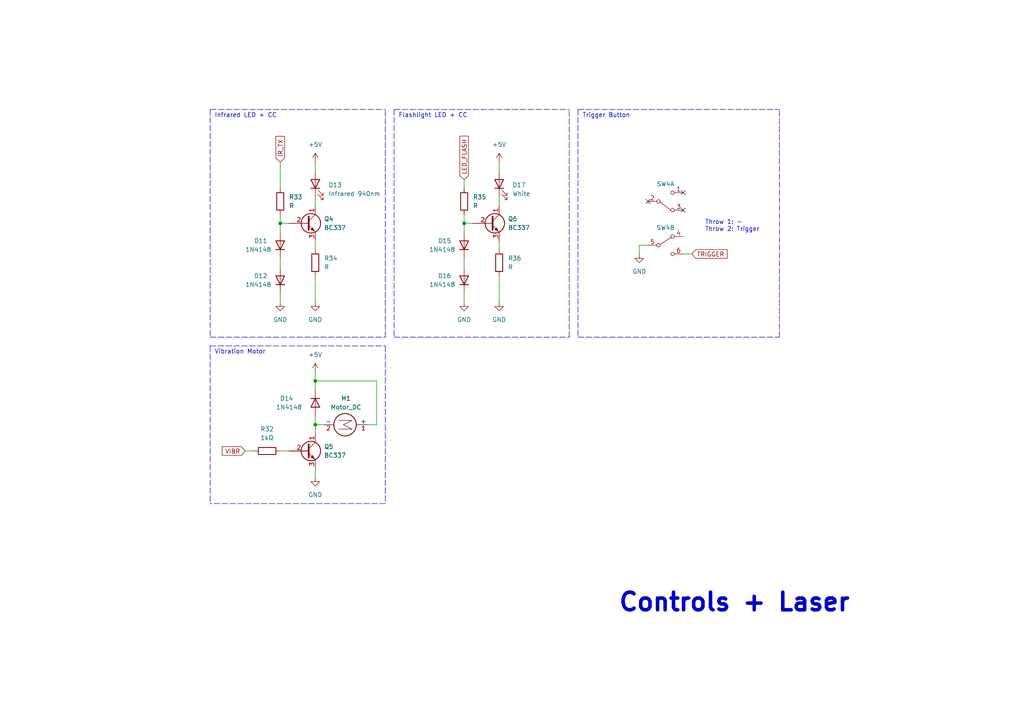
<source format=kicad_sch>
(kicad_sch (version 20211123) (generator eeschema)
  (paper "A4")
  (lib_symbols
    (symbol "Device:D" (pin_numbers hide) (pin_names (offset 1.016) hide)
      (property "Reference" "D" (at 0 2.54 0))
      (property "Value" "D" (at 0 -2.54 0))
      (symbol "D_0_1"
        (polyline (pts (xy -1.27 1.27) (xy -1.27 -1.27)) (stroke (width 0.254)))
        (polyline (pts (xy 1.27 0) (xy -1.27 0)))
        (polyline (pts (xy 1.27 1.27) (xy 1.27 -1.27) (xy -1.27 0) (xy 1.27 1.27)) (stroke (width 0.254)))
      )
      (symbol "D_1_1"
        (pin passive line (at -3.81 0 0) (length 2.54) (name "K") (number "1"))
        (pin passive line (at 3.81 0 180) (length 2.54) (name "A") (number "2"))
      )
    )
    (symbol "Device:LED" (pin_numbers hide) (pin_names (offset 1.016) hide)
      (property "Reference" "D" (at 0 2.54 0))
      (property "Value" "LED" (at 0 -2.54 0))
      (symbol "LED_0_1"
        (polyline (pts (xy -1.27 -1.27) (xy -1.27 1.27)) (stroke (width 0.254)))
        (polyline (pts (xy -1.27 0) (xy 1.27 0)))
        (polyline (pts (xy 1.27 -1.27) (xy 1.27 1.27) (xy -1.27 0) (xy 1.27 -1.27)) (stroke (width 0.254)))
        (polyline (pts (xy -3.048 -0.762) (xy -4.572 -2.286) (xy -3.81 -2.286) (xy -4.572 -2.286) (xy -4.572 -1.524)))
        (polyline (pts (xy -1.778 -0.762) (xy -3.302 -2.286) (xy -2.54 -2.286) (xy -3.302 -2.286) (xy -3.302 -1.524)))
      )
      (symbol "LED_1_1"
        (pin passive line (at -3.81 0 0) (length 2.54) (name "K") (number "1"))
        (pin passive line (at 3.81 0 180) (length 2.54) (name "A") (number "2"))
      )
    )
    (symbol "Device:Q_NPN_CBE" (pin_names (offset 0) hide)
      (property "Reference" "Q" (at 5.08 1.27 0))
      (property "Value" "Q_NPN_CBE" (at 5.08 -1.27 0))
      (symbol "Q_NPN_CBE_0_1"
        (polyline (pts (xy 0.635 0.635) (xy 2.54 2.54)))
        (polyline (pts (xy 0.635 -0.635) (xy 2.54 -2.54) (xy 2.54 -2.54)))
        (polyline (pts (xy 0.635 1.905) (xy 0.635 -1.905) (xy 0.635 -1.905)) (stroke (width 0.508)))
        (polyline (pts (xy 1.27 -1.778) (xy 1.778 -1.27) (xy 2.286 -2.286) (xy 1.27 -1.778) (xy 1.27 -1.778)) (fill (type outline)))
        (circle (center 1.27 0) (radius 2.8194) (stroke (width 0.254)))
      )
      (symbol "Q_NPN_CBE_1_1"
        (pin passive line (at 2.54 5.08 270) (length 2.54) (name "C") (number "1"))
        (pin input line (at -5.08 0 0) (length 5.715) (name "B") (number "2"))
        (pin passive line (at 2.54 -5.08 90) (length 2.54) (name "E") (number "3"))
      )
    )
    (symbol "Device:R" (pin_numbers hide) (pin_names (offset 0))
      (property "Reference" "R" (at 2.032 0 90))
      (property "Value" "R" (at 0 0 90))
      (symbol "R_0_1"
        (rectangle (start -1.016 -2.54) (end 1.016 2.54) (stroke (width 0.254)))
      )
      (symbol "R_1_1"
        (pin passive line (at 0 3.81 270) (length 1.27) (name "~") (number "1"))
        (pin passive line (at 0 -3.81 90) (length 1.27) (name "~") (number "2"))
      )
    )
    (symbol "Motor:Motor_DC" (pin_names (offset 0))
      (property "Reference" "M" (at 2.54 2.54 0))
      (property "Value" "Motor_DC" (at 2.54 -5.08 0))
      (symbol "Motor_DC_0_0"
        (polyline (pts (xy -1.27 -3.302) (xy -1.27 0.508) (xy 0 -2.032) (xy 1.27 0.508) (xy 1.27 -3.302)))
      )
      (symbol "Motor_DC_0_1"
        (circle (center 0 -1.524) (radius 3.2512) (stroke (width 0.254)))
        (polyline (pts (xy 0 -7.62) (xy 0 -7.112)))
        (polyline (pts (xy 0 -4.7752) (xy 0 -5.1816)))
        (polyline (pts (xy 0 1.7272) (xy 0 2.0828)))
        (polyline (pts (xy 0 2.032) (xy 0 2.54)))
      )
      (symbol "Motor_DC_1_1"
        (pin passive line (at 0 5.08 270) (length 2.54) (name "+") (number "1"))
        (pin passive line (at 0 -7.62 90) (length 2.54) (name "-") (number "2"))
      )
    )
    (symbol "SW_DPDT_x2_1" (pin_names (offset 0) hide)
      (property "Reference" "SW?" (at 0 7.62 0))
      (property "Value" "SW_DPDT_x2" (at 0 5.08 0))
      (symbol "SW_DPDT_x2_1_0_0"
        (circle (center -2.032 0) (radius 0.508))
        (circle (center 2.032 -2.54) (radius 0.508))
      )
      (symbol "SW_DPDT_x2_1_0_1"
        (polyline (pts (xy -1.5204 -0.248) (xy 1.4999 -2.5082)))
        (circle (center 2.032 2.54) (radius 0.508))
      )
      (symbol "SW_DPDT_x2_1_1_1"
        (pin passive line (at 5.08 2.54 180) (length 2.54) (name "A") (number "1"))
        (pin passive line (at -5.08 0 0) (length 2.54) (name "B") (number "2"))
        (pin passive line (at 5.08 -2.54 180) (length 2.54) (name "C") (number "3"))
      )
      (symbol "SW_DPDT_x2_1_2_1"
        (pin passive line (at 5.08 2.54 180) (length 2.54) (name "A") (number "4"))
        (pin passive line (at -5.08 0 0) (length 2.54) (name "B") (number "5"))
        (pin passive line (at 5.08 -2.54 180) (length 2.54) (name "C") (number "6"))
      )
    )
    (symbol "Switch:SW_DPDT_x2" (pin_names (offset 0) hide)
      (property "Reference" "SW" (at 0 4.318 0))
      (property "Value" "SW_DPDT_x2" (at 0 -5.08 0))
      (symbol "SW_DPDT_x2_0_0"
        (circle (center -2.032 0) (radius 0.508))
        (circle (center 2.032 -2.54) (radius 0.508))
      )
      (symbol "SW_DPDT_x2_0_1"
        (polyline (pts (xy -1.524 0.254) (xy 1.651 2.286)))
        (circle (center 2.032 2.54) (radius 0.508))
      )
      (symbol "SW_DPDT_x2_1_1"
        (pin passive line (at 5.08 2.54 180) (length 2.54) (name "A") (number "1"))
        (pin passive line (at -5.08 0 0) (length 2.54) (name "B") (number "2"))
        (pin passive line (at 5.08 -2.54 180) (length 2.54) (name "C") (number "3"))
      )
      (symbol "SW_DPDT_x2_2_1"
        (pin passive line (at 5.08 2.54 180) (length 2.54) (name "A") (number "4"))
        (pin passive line (at -5.08 0 0) (length 2.54) (name "B") (number "5"))
        (pin passive line (at 5.08 -2.54 180) (length 2.54) (name "C") (number "6"))
      )
    )
    (symbol "power:+5V" (power) (pin_names (offset 0))
      (property "Value" "+5V" (at 0 3.556 0))
      (symbol "+5V_0_1"
        (polyline (pts (xy -0.762 1.27) (xy 0 2.54)))
        (polyline (pts (xy 0 0) (xy 0 2.54)))
        (polyline (pts (xy 0 2.54) (xy 0.762 1.27)))
      )
      (symbol "+5V_1_1"
        (pin power_in line (at 0 0 90) (length 0) hide (name "+5V") (number "1"))
      )
    )
    (symbol "power:GND" (power) (pin_names (offset 0))
      (property "Value" "GND" (at 0 -3.81 0))
      (symbol "GND_0_1"
        (polyline (pts (xy 0 0) (xy 0 -1.27) (xy 1.27 -1.27) (xy 0 -2.54) (xy -1.27 -1.27) (xy 0 -1.27)))
      )
      (symbol "GND_1_1"
        (pin power_in line (at 0 0 270) (length 0) hide (name "GND") (number "1"))
      )
    )
  )
  (junction (at 91.44 123.19))
  (junction (at 91.44 110.49))
  (junction (at 134.62 64.77))
  (junction (at 81.28 64.77))
  (no_connect (at 198.12 60.96))
  (no_connect (at 198.12 55.88))
  (no_connect (at 187.96 58.42))
  (wire (pts (xy 144.78 46.99) (xy 144.78 49.53)))
  (wire (pts (xy 91.44 123.19) (xy 93.98 123.19)))
  (wire (pts (xy 81.28 74.93) (xy 81.28 77.47)))
  (polyline (pts (xy 60.96 97.79) (xy 111.76 97.79)))
  (wire (pts (xy 91.44 135.89) (xy 91.44 138.43)))
  (polyline (pts (xy 60.96 100.33) (xy 111.76 100.33)))
  (wire (pts (xy 109.22 110.49) (xy 109.22 123.19)))
  (polyline (pts (xy 60.96 31.75) (xy 60.96 97.79)))
  (wire (pts (xy 134.62 74.93) (xy 134.62 77.47)))
  (wire (pts (xy 185.42 73.66) (xy 185.42 71.12)))
  (wire (pts (xy 137.16 64.77) (xy 134.62 64.77)))
  (wire (pts (xy 144.78 57.15) (xy 144.78 59.69)))
  (polyline (pts (xy 167.64 97.79) (xy 226.06 97.79)))
  (wire (pts (xy 81.28 46.99) (xy 81.28 54.61)))
  (wire (pts (xy 134.62 62.23) (xy 134.62 64.77)))
  (wire (pts (xy 83.82 64.77) (xy 81.28 64.77)))
  (polyline (pts (xy 60.96 100.33) (xy 60.96 146.05)))
  (wire (pts (xy 91.44 46.99) (xy 91.44 49.53)))
  (polyline (pts (xy 111.76 97.79) (xy 111.76 31.75)))
  (polyline (pts (xy 167.64 31.75) (xy 226.06 31.75)))
  (polyline (pts (xy 167.64 31.75) (xy 167.64 97.79)))
  (polyline (pts (xy 60.96 31.75) (xy 111.76 31.75)))
  (wire (pts (xy 91.44 57.15) (xy 91.44 59.69)))
  (wire (pts (xy 144.78 69.85) (xy 144.78 72.39)))
  (polyline (pts (xy 114.3 97.79) (xy 165.1 97.79)))
  (polyline (pts (xy 226.06 97.79) (xy 226.06 31.75)))
  (polyline (pts (xy 114.3 31.75) (xy 165.1 31.75)))
  (polyline (pts (xy 114.3 31.75) (xy 114.3 97.79)))
  (wire (pts (xy 81.28 64.77) (xy 81.28 67.31)))
  (wire (pts (xy 91.44 69.85) (xy 91.44 72.39)))
  (wire (pts (xy 91.44 113.03) (xy 91.44 110.49)))
  (wire (pts (xy 91.44 123.19) (xy 91.44 125.73)))
  (wire (pts (xy 134.62 85.09) (xy 134.62 87.63)))
  (wire (pts (xy 71.12 130.81) (xy 73.66 130.81)))
  (wire (pts (xy 144.78 80.01) (xy 144.78 87.63)))
  (wire (pts (xy 134.62 52.07) (xy 134.62 54.61)))
  (polyline (pts (xy 111.76 100.33) (xy 111.76 146.05)))
  (wire (pts (xy 81.28 62.23) (xy 81.28 64.77)))
  (polyline (pts (xy 111.76 146.05) (xy 60.96 146.05)))
  (wire (pts (xy 185.42 71.12) (xy 187.96 71.12)))
  (wire (pts (xy 91.44 120.65) (xy 91.44 123.19)))
  (wire (pts (xy 81.28 130.81) (xy 83.82 130.81)))
  (wire (pts (xy 91.44 107.95) (xy 91.44 110.49)))
  (wire (pts (xy 91.44 80.01) (xy 91.44 87.63)))
  (wire (pts (xy 91.44 110.49) (xy 109.22 110.49)))
  (wire (pts (xy 134.62 64.77) (xy 134.62 67.31)))
  (polyline (pts (xy 165.1 97.79) (xy 165.1 31.75)))
  (wire (pts (xy 198.12 73.66) (xy 200.66 73.66)))
  (wire (pts (xy 109.22 123.19) (xy 106.68 123.19)))
  (wire (pts (xy 81.28 85.09) (xy 81.28 87.63)))
  (text "Vibration Motor" (at 62.23 102.87 0) (effects (font (size 1.27 1.27)) (justify left bottom)))
  (text "Infrared LED + CC" (at 62.23 34.29 0) (effects (font (size 1.27 1.27)) (justify left bottom)))
  (text "Flashlight LED + CC" (at 115.57 34.29 0) (effects (font (size 1.27 1.27)) (justify left bottom)))
  (text "Controls + Laser" (at 179.07 177.8 0) (effects (font (size 5.12 5.12) bold) (justify left bottom)))
  (text "Trigger Button" (at 168.91 34.29 0) (effects (font (size 1.27 1.27)) (justify left bottom)))
  (text "Throw 1: -\nThrow 2: Trigger" (at 204.47 67.31 0) (effects (font (size 1.27 1.27)) (justify left bottom)))
  (global_label "TRIGGER" (shape input) (at 200.66 73.66 0) (property "Intersheet References" "${INTERSHEET_REFS}" (effects hide)))
  (global_label "IR_TX" (shape input) (at 81.28 46.99 90) (property "Intersheet References" "${INTERSHEET_REFS}" (effects hide)))
  (global_label "LED_FLASH" (shape input) (at 134.62 52.07 90) (property "Intersheet References" "${INTERSHEET_REFS}" (effects hide)))
  (global_label "VIBR" (shape input) (at 71.12 130.81 180) (property "Intersheet References" "${INTERSHEET_REFS}" (effects hide)))
  (symbol (lib_id "Device:R") (at 134.62 58.42 0) (unit 1)
    (property "Reference" "R35" (at 137.16 57.1499 0) (effects (justify left)))
    (property "Value" "R" (at 137.16 59.6899 0) (effects (justify left)))
    (property "Footprint" "Resistor_SMD:R_0603_1608Metric" (effects hide))
  )
  (symbol (lib_id "power:+5V") (at 91.44 107.95 0) (unit 1)
    (property "Reference" "#PWR075" (effects hide))
    (property "Value" "+5V" (at 91.44 102.87 0))
  )
  (symbol (lib_id "Device:Q_NPN_CBE") (at 142.24 64.77 0) (unit 1)
    (property "Reference" "Q6" (at 147.32 63.4999 0) (effects (justify left)))
    (property "Value" "BC337" (at 147.32 66.0399 0) (effects (justify left)))
    (property "Footprint" "Package_TO_SOT_THT:TO-92L_Inline_Wide" (effects hide))
  )
  (symbol (lib_id "power:GND") (at 91.44 87.63 0) (unit 1)
    (property "Reference" "#PWR074" (effects hide))
    (property "Value" "GND" (at 91.44 92.71 0))
  )
  (symbol (lib_id "power:GND") (at 185.42 73.66 0) (unit 1)
    (property "Reference" "#PWR081" (effects hide))
    (property "Value" "GND" (at 185.42 78.74 0))
  )
  (symbol (lib_id "Device:D") (at 91.44 116.84 270) (unit 1)
    (property "Reference" "D14" (at 85.09 115.57 90) (effects (justify right)))
    (property "Value" "1N4148" (at 87.63 118.11 90) (effects (justify right)))
    (property "Footprint" "Diode_SMD:D_SOD-123" (effects hide))
  )
  (symbol (lib_id "Device:D") (at 81.28 71.12 90) (unit 1)
    (property "Reference" "D11" (at 73.66 69.85 90) (effects (justify right)))
    (property "Value" "1N4148" (at 71.12 72.39 90) (effects (justify right)))
    (property "Footprint" "Diode_SMD:D_SOD-123" (effects hide))
  )
  (symbol (lib_id "Device:R") (at 77.47 130.81 90) (unit 1)
    (property "Reference" "R32" (at 77.47 124.46 90))
    (property "Value" "1kΩ" (at 77.47 127 90))
    (property "Footprint" "Resistor_SMD:R_0603_1608Metric" (effects hide))
  )
  (symbol (lib_id "Motor:Motor_DC") (at 101.6 123.19 270) (unit 1)
    (property "Reference" "M1" (at 100.33 115.57 90))
    (property "Value" "Motor_DC" (at 100.33 118.11 90))
    (property "Footprint" "Connector_PinHeader_2.54mm:PinHeader_2x01_P2.54mm_Vertical" (effects hide))
  )
  (symbol (lib_id "Switch:SW_DPDT_x2") (at 193.04 71.12 0) (unit 2)
    (property "Reference" "SW4" (at 193.04 66.04 0))
    (property "Value" "SW_DPDT_x2" (effects hide))
    (property "Footprint" "olelib:XKB8585-Z-220-EDGE" (effects hide))
  )
  (symbol (lib_id "Device:R") (at 81.28 58.42 0) (unit 1)
    (property "Reference" "R33" (at 83.82 57.1499 0) (effects (justify left)))
    (property "Value" "R" (at 83.82 59.6899 0) (effects (justify left)))
    (property "Footprint" "Resistor_SMD:R_0603_1608Metric" (effects hide))
  )
  (symbol (lib_id "Device:LED") (at 144.78 53.34 90) (unit 1)
    (property "Reference" "D17" (at 148.59 53.6574 90) (effects (justify right)))
    (property "Value" "White" (at 148.59 56.1974 90) (effects (justify right)))
    (property "Footprint" "olelib:LED_EDGE" (effects hide))
  )
  (symbol (lib_id "Device:D") (at 134.62 71.12 90) (unit 1)
    (property "Reference" "D15" (at 127 69.85 90) (effects (justify right)))
    (property "Value" "1N4148" (at 124.46 72.39 90) (effects (justify right)))
    (property "Footprint" "Diode_SMD:D_SOD-123" (effects hide))
  )
  (symbol (lib_id "Device:D") (at 134.62 81.28 90) (unit 1)
    (property "Reference" "D16" (at 127 80.01 90) (effects (justify right)))
    (property "Value" "1N4148" (at 124.46 82.55 90) (effects (justify right)))
    (property "Footprint" "Diode_SMD:D_SOD-123" (effects hide))
  )
  (symbol (lib_name "SW_DPDT_x2_1") (lib_id "Switch:SW_DPDT_x2") (at 193.04 58.42 0) (unit 1)
    (property "Reference" "SW4" (at 193.04 53.34 0))
    (property "Value" "SW_DPDT_x2" (effects hide))
    (property "Footprint" "olelib:XKB8585-Z-220-EDGE" (effects hide))
  )
  (symbol (lib_id "power:GND") (at 81.28 87.63 0) (unit 1)
    (property "Reference" "#PWR072" (effects hide))
    (property "Value" "GND" (at 81.28 92.71 0))
  )
  (symbol (lib_id "power:+5V") (at 91.44 46.99 0) (unit 1)
    (property "Reference" "#PWR073" (effects hide))
    (property "Value" "+5V" (at 91.44 41.91 0))
  )
  (symbol (lib_id "Device:R") (at 91.44 76.2 0) (unit 1)
    (property "Reference" "R34" (at 93.98 74.9299 0) (effects (justify left)))
    (property "Value" "R" (at 93.98 77.4699 0) (effects (justify left)))
    (property "Footprint" "Resistor_SMD:R_0603_1608Metric" (effects hide))
  )
  (symbol (lib_id "Device:LED") (at 91.44 53.34 90) (unit 1)
    (property "Reference" "D13" (at 95.25 53.6574 90) (effects (justify right)))
    (property "Value" "Infrared 940nm" (at 95.25 56.1974 90) (effects (justify right)))
    (property "Footprint" "olelib:LED_EDGE" (effects hide))
  )
  (symbol (lib_id "power:GND") (at 91.44 138.43 0) (unit 1)
    (property "Reference" "#PWR076" (effects hide))
    (property "Value" "GND" (at 91.44 143.51 0))
  )
  (symbol (lib_id "power:+5V") (at 144.78 46.99 0) (unit 1)
    (property "Reference" "#PWR078" (effects hide))
    (property "Value" "+5V" (at 144.78 41.91 0))
  )
  (symbol (lib_id "Device:Q_NPN_CBE") (at 88.9 64.77 0) (unit 1)
    (property "Reference" "Q4" (at 93.98 63.4999 0) (effects (justify left)))
    (property "Value" "BC337" (at 93.98 66.0399 0) (effects (justify left)))
    (property "Footprint" "Package_TO_SOT_THT:TO-92L_Inline_Wide" (effects hide))
  )
  (symbol (lib_id "power:GND") (at 144.78 87.63 0) (unit 1)
    (property "Reference" "#PWR079" (effects hide))
    (property "Value" "GND" (at 144.78 92.71 0))
  )
  (symbol (lib_id "Device:D") (at 81.28 81.28 90) (unit 1)
    (property "Reference" "D12" (at 73.66 80.01 90) (effects (justify right)))
    (property "Value" "1N4148" (at 71.12 82.55 90) (effects (justify right)))
    (property "Footprint" "Diode_SMD:D_SOD-123" (effects hide))
  )
  (symbol (lib_id "Device:R") (at 144.78 76.2 0) (unit 1)
    (property "Reference" "R36" (at 147.32 74.9299 0) (effects (justify left)))
    (property "Value" "R" (at 147.32 77.4699 0) (effects (justify left)))
    (property "Footprint" "Resistor_SMD:R_0603_1608Metric" (effects hide))
  )
  (symbol (lib_id "power:GND") (at 134.62 87.63 0) (unit 1)
    (property "Reference" "#PWR077" (effects hide))
    (property "Value" "GND" (at 134.62 92.71 0))
  )
  (symbol (lib_id "Device:Q_NPN_CBE") (at 88.9 130.81 0) (unit 1)
    (property "Reference" "Q5" (at 93.98 129.5399 0) (effects (justify left)))
    (property "Value" "BC337" (at 93.98 132.0799 0) (effects (justify left)))
    (property "Footprint" "Package_TO_SOT_THT:TO-92L_Inline_Wide" (effects hide))
  )
)
</source>
